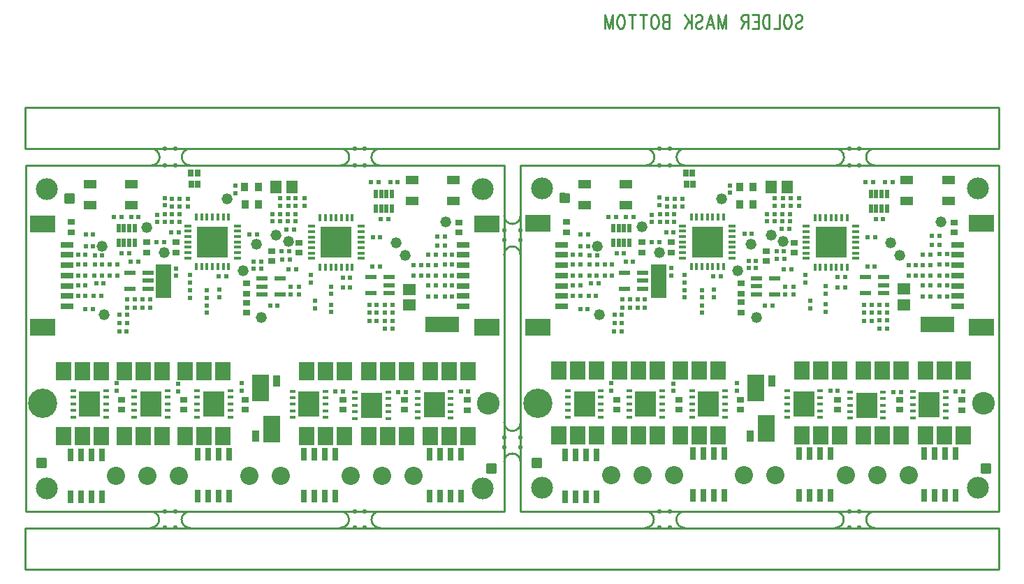
<source format=gbr>
*
%LPD*%
%LN2FOC-SMB*%
%FSLAX24Y24*%
%MOIN*%
%SRX1Y1I0.0J0.0*%
%AD*%
%ADD11C,0.010000*%
%ADD81C,0.087000*%
%ADD84C,0.104360*%
%ADD85R,0.026000X0.037000*%
%ADD86R,0.037000X0.026000*%
%ADD87C,0.042000*%
%ADD88C,0.139800*%
%ADD89C,0.108300*%
%ADD90R,0.023650X0.023650*%
%ADD91R,0.054000X0.062000*%
%ADD92R,0.062000X0.054000*%
%ADD93R,0.162000X0.078000*%
%ADD95R,0.081920X0.127200*%
%ADD96R,0.031920X0.057120*%
%ADD97R,0.077000X0.086000*%
%ADD108C,0.052000*%
%ADD109R,0.064990X0.029560*%
%ADD110R,0.120110X0.084680*%
%ADD113C,0.022000*%
%ADD114R,0.025620X0.061060*%
%ADD115R,0.019000X0.043340*%
%ADD116R,0.061060X0.041370*%
%ADD117R,0.052000X0.023000*%
%ADD118R,0.037430X0.041370*%
%ADD119R,0.015780X0.033500*%
%ADD120R,0.033500X0.015780*%
%ADD121R,0.147670X0.147670*%
%ADD122R,0.078000X0.162000*%
%ADD123R,0.025620X0.017750*%
%ADD124R,0.104360X0.120110*%
G54D11*
G1X9011Y25267D2*
G1X9411Y25264D1*
G1X9411Y24867D1*
G1X9011Y24867D1*
G1X9011Y25267D1*
G1X29129Y12353D2*
G1X29529Y12351D1*
G1X29529Y11954D1*
G1X29129Y11954D1*
G1X29129Y12353D1*
G1X7673Y12609D2*
G1X8073Y12607D1*
G1X8073Y12210D1*
G1X7673Y12210D1*
G1X7673Y12609D1*
G1X9030Y24867D2*
G1X9411Y25249D1*
G1X9157Y24867D2*
G1X9411Y25121D1*
G1X9284Y24867D2*
G1X9411Y24994D1*
G1X9011Y24976D2*
G1X9300Y25265D1*
G1X9011Y25103D2*
G1X9174Y25266D1*
G1X9011Y25231D2*
G1X9047Y25267D1*
G1X29148Y11954D2*
G1X29529Y12335D1*
G1X29275Y11954D2*
G1X29529Y12208D1*
G1X29402Y11954D2*
G1X29529Y12081D1*
G1X29129Y12063D2*
G1X29419Y12352D1*
G1X29129Y12190D2*
G1X29292Y12352D1*
G1X29129Y12317D2*
G1X29165Y12353D1*
G1X7691Y12210D2*
G1X8073Y12591D1*
G1X7818Y12210D2*
G1X8073Y12464D1*
G1X7946Y12210D2*
G1X8073Y12337D1*
G1X7673Y12318D2*
G1X7962Y12608D1*
G1X7673Y12446D2*
G1X7835Y12608D1*
G1X7673Y12573D2*
G1X7709Y12609D1*
G1X7125Y10087D2*
G1X29959Y10087D1*
G1X29959Y26622D1*
G1X7125Y26622D1*
G1X7125Y10087D1*
G1X13104Y26617D2*
G75*
G3X13105Y27417I17J400D1*
G74*
G1X14995Y27417D2*
G75*
G3X14994Y26617I-17J-400D1*
G74*
G1X22154Y26617D2*
G75*
G3X22155Y27417I17J400D1*
G74*
G1X24045Y27417D2*
G75*
G3X24044Y26617I-17J-400D1*
G74*
G1X13094Y9311D2*
G75*
G3X13095Y10087I16J388D1*
G74*
G1X14975Y10086D2*
G75*
G3X14974Y9307I-16J-390D1*
G74*
G1X22154Y9311D2*
G75*
G3X22155Y10087I16J388D1*
G74*
G1X24035Y10086D2*
G75*
G3X24034Y9307I-16J-390D1*
G74*
G1X30741Y12456D2*
G75*
G3X29965Y12457I-388J16D1*
G74*
G1X29966Y14337D2*
G75*
G3X30745Y14337I390J-16D1*
G74*
G1X7118Y29383D2*
G1X53575Y29383D1*
G1X53575Y27415D1*
G1X7118Y27415D1*
G1X7118Y29383D1*
G1X30740Y10092D2*
G1X53575Y10092D1*
G1X53575Y26627D1*
G1X30740Y26627D1*
G1X30740Y10092D1*
G1X7118Y9304D2*
G1X53575Y9304D1*
G1X53575Y7336D1*
G1X7118Y7336D1*
G1X7118Y9304D1*
G1X30741Y22346D2*
G75*
G3X29965Y22347I-388J16D1*
G74*
G1X29966Y24227D2*
G75*
G3X30745Y24227I390J-16D1*
G74*
G1X38605Y27417D2*
G75*
G3X38604Y26617I-17J-400D1*
G74*
G1X36714Y26617D2*
G75*
G3X36715Y27417I17J400D1*
G74*
G1X45764Y26617D2*
G75*
G3X45765Y27417I17J400D1*
G74*
G1X47655Y27417D2*
G75*
G3X47654Y26617I-17J-400D1*
G74*
G1X47645Y10086D2*
G75*
G3X47644Y9307I-16J-390D1*
G74*
G1X45764Y9311D2*
G75*
G3X45765Y10087I16J388D1*
G74*
G1X38585Y10086D2*
G75*
G3X38584Y9307I-16J-390D1*
G74*
G1X36704Y9311D2*
G75*
G3X36705Y10087I16J388D1*
G74*
G54D81*
G1X17792Y11804D3*
G1X19292Y11804D3*
G1X11442Y11804D3*
G1X12942Y11804D3*
G1X14442Y11804D3*
G1X22642Y11804D3*
G1X24142Y11804D3*
G1X25642Y11804D3*
G54D84*
G1X8142Y11204D3*
G1X28942Y11204D3*
G1X8142Y25504D3*
G1X28942Y25504D3*
G54D85*
G1X15038Y25717D3*
G1X15353Y25717D3*
G1X15333Y26248D3*
G1X15018Y26248D3*
G54D86*
G1X9310Y23429D3*
G1X9310Y23909D3*
G1X27814Y23410D3*
G1X27814Y23890D3*
G1X18857Y22051D3*
G1X18857Y22531D3*
G1X20176Y22445D3*
G1X20176Y22925D3*
G1X11711Y15425D3*
G1X11711Y14945D3*
G1X14684Y15425D3*
G1X14684Y14945D3*
G1X17617Y15425D3*
G1X17617Y14945D3*
G1X22262Y15425D3*
G1X22262Y14945D3*
G1X25215Y15425D3*
G1X25215Y14945D3*
G1X28188Y15406D3*
G1X28188Y14926D3*
G1X17656Y20496D3*
G1X17656Y20976D3*
G1X17656Y19591D3*
G1X17656Y20071D3*
G1X14310Y22465D3*
G1X14310Y22945D3*
G1X12912Y22465D3*
G1X12912Y22945D3*
G54D87*
G1X9211Y25067D3*
G1X29329Y12154D3*
G1X7873Y12410D3*
G54D88*
G1X7945Y15254D3*
G54D89*
G1X29205Y15254D3*
G54D90*
G1X10727Y20382D3*
G1X10373Y20382D3*
G1X10786Y21878D3*
G1X10432Y21878D3*
G1X10766Y21366D3*
G1X10412Y21366D3*
G1X10333Y19752D3*
G1X9979Y19752D3*
G1X10353Y22764D3*
G1X9999Y22764D3*
G1X9979Y20874D3*
G1X9625Y20874D3*
G1X9979Y21366D3*
G1X9625Y21366D3*
G1X9979Y21878D3*
G1X9625Y21878D3*
G1X9979Y22351D3*
G1X9625Y22351D3*
G1X10353Y23315D3*
G1X9999Y23315D3*
G1X10786Y22311D3*
G1X10432Y22311D3*
G1X10845Y20973D3*
G1X10491Y20973D3*
G1X9625Y20382D3*
G1X9979Y20382D3*
G1X26337Y22351D3*
G1X26692Y22351D3*
G1X26337Y20874D3*
G1X26692Y20874D3*
G1X27479Y20362D3*
G1X27125Y20362D3*
G1X26770Y22803D3*
G1X27125Y22803D3*
G1X26003Y21858D3*
G1X25648Y21858D3*
G1X27125Y22370D3*
G1X27479Y22370D3*
G1X27125Y20874D3*
G1X27479Y20874D3*
G1X27125Y21366D3*
G1X27479Y21366D3*
G1X27125Y21878D3*
G1X27479Y21878D3*
G1X26692Y20362D3*
G1X26337Y20362D3*
G1X26692Y21366D3*
G1X26337Y21366D3*
G1X26692Y21858D3*
G1X26337Y21858D3*
G1X27125Y23236D3*
G1X26770Y23236D3*
G1X11495Y21878D3*
G1X11140Y21878D3*
G1X11495Y21366D3*
G1X11140Y21366D3*
G1X26003Y21366D3*
G1X25648Y21366D3*
G1X17125Y25303D3*
G1X17125Y25658D3*
G1X14959Y21032D3*
G1X14959Y21386D3*
G1X14959Y20658D3*
G1X14959Y20303D3*
G1X14310Y21347D3*
G1X14310Y21701D3*
G1X15786Y20303D3*
G1X15786Y20658D3*
G1X15786Y19929D3*
G1X15786Y19575D3*
G1X20727Y21386D3*
G1X20727Y21032D3*
G1X19684Y21642D3*
G1X20038Y21642D3*
G1X16357Y20323D3*
G1X16357Y20677D3*
G1X21692Y20480D3*
G1X21692Y20835D3*
G1X20944Y19791D3*
G1X20944Y20146D3*
G1X22617Y20776D3*
G1X22262Y20776D3*
G1X21692Y19969D3*
G1X21692Y19614D3*
G1X14074Y23433D3*
G1X14428Y23433D3*
G1X19585Y23571D3*
G1X19940Y23571D3*
G1X12066Y22429D3*
G1X11711Y22429D3*
G1X18168Y23335D3*
G1X17814Y23335D3*
G1X16692Y21327D3*
G1X16337Y21327D3*
G1X22617Y21268D3*
G1X22262Y21268D3*
G1X24051Y23195D3*
G1X23697Y23195D3*
G1X12164Y24142D3*
G1X12518Y24142D3*
G1X11692Y24142D3*
G1X11337Y24142D3*
G1X24524Y25833D3*
G1X24878Y25833D3*
G1X23955Y25815D3*
G1X23601Y25815D3*
G1X19369Y22134D3*
G1X19723Y22134D3*
G1X19349Y22528D3*
G1X19703Y22528D3*
G1X11455Y16209D3*
G1X11455Y15854D3*
G1X14408Y16189D3*
G1X14408Y15835D3*
G1X17440Y16209D3*
G1X17440Y15854D3*
G1X12499Y22016D3*
G1X12144Y22016D3*
G1X11613Y19083D3*
G1X11967Y19083D3*
G1X12715Y20205D3*
G1X13070Y20205D3*
G1X11613Y19477D3*
G1X11967Y19477D3*
G1X11987Y20205D3*
G1X12341Y20205D3*
G1X11987Y19831D3*
G1X12341Y19831D3*
G1X11593Y18689D3*
G1X11948Y18689D3*
G1X12715Y19831D3*
G1X13070Y19831D3*
G1X24270Y19949D3*
G1X24625Y19949D3*
G1X14487Y24654D3*
G1X14487Y25008D3*
G1X14467Y23925D3*
G1X14467Y24280D3*
G1X19625Y23945D3*
G1X19625Y24299D3*
G1X19664Y24693D3*
G1X19664Y25047D3*
G1X13759Y25067D3*
G1X13759Y24713D3*
G1X14113Y24654D3*
G1X14113Y25008D3*
G1X13404Y24260D3*
G1X13404Y23906D3*
G1X14113Y23925D3*
G1X14113Y24280D3*
G1X18896Y24299D3*
G1X18896Y23945D3*
G1X19999Y23945D3*
G1X19999Y24299D3*
G1X20432Y25047D3*
G1X20432Y24693D3*
G1X19270Y24693D3*
G1X19270Y25047D3*
G1X14861Y24654D3*
G1X14861Y25008D3*
G1X13778Y23925D3*
G1X13778Y24280D3*
G1X19270Y23945D3*
G1X19270Y24299D3*
G1X20018Y24693D3*
G1X20018Y25047D3*
G1X28247Y15815D3*
G1X27892Y15815D3*
G1X22262Y15835D3*
G1X21908Y15835D3*
G1X24625Y19201D3*
G1X24270Y19201D3*
G1X24034Y21799D3*
G1X23680Y21799D3*
G1X23522Y19575D3*
G1X23877Y19575D3*
G1X24270Y18807D3*
G1X24625Y18807D3*
G1X23522Y19181D3*
G1X23877Y19181D3*
G1X24270Y19575D3*
G1X24625Y19575D3*
G1X23522Y19949D3*
G1X23877Y19949D3*
G1X24428Y24063D3*
G1X24074Y24063D3*
G1X18365Y21701D3*
G1X18011Y21701D3*
G1X19152Y19929D3*
G1X18798Y19929D3*
G1X20156Y20815D3*
G1X20156Y20461D3*
G1X19762Y20461D3*
G1X19762Y20815D3*
G1X18011Y22036D3*
G1X18365Y22036D3*
G1X25274Y15795D3*
G1X24920Y15795D3*
G1X13385Y22941D3*
G1X13739Y22941D3*
G54D91*
G1X19847Y25599D3*
G1X19087Y25599D3*
G54D92*
G1X25432Y19943D3*
G1X25432Y20703D3*
G54D93*
G1X27007Y19024D3*
G54D95*
G1X18866Y14036D3*
G1X18345Y15976D3*
G54D96*
G1X18096Y13684D3*
G1X19115Y16328D3*
G54D97*
G1X8942Y13704D3*
G1X9842Y13704D3*
G1X10742Y13704D3*
G1X22342Y16804D3*
G1X21442Y16804D3*
G1X20542Y16804D3*
G1X25292Y16804D3*
G1X24392Y16804D3*
G1X23492Y16804D3*
G1X28242Y16804D3*
G1X27342Y16804D3*
G1X26442Y16804D3*
G1X11842Y13704D3*
G1X12742Y13704D3*
G1X13642Y13704D3*
G1X14742Y13704D3*
G1X15642Y13704D3*
G1X16542Y13704D3*
G1X10742Y16804D3*
G1X9842Y16804D3*
G1X8942Y16804D3*
G1X13642Y16804D3*
G1X12742Y16804D3*
G1X11842Y16804D3*
G1X16542Y16804D3*
G1X15642Y16804D3*
G1X14742Y16804D3*
G1X20542Y13704D3*
G1X21442Y13704D3*
G1X22342Y13704D3*
G1X23492Y13704D3*
G1X24392Y13704D3*
G1X25292Y13704D3*
G1X26442Y13704D3*
G1X27342Y13704D3*
G1X28242Y13704D3*
G54D108*
G1X19074Y23276D3*
G1X25235Y22331D3*
G1X24802Y22921D3*
G1X12912Y23669D3*
G1X10786Y22764D3*
G1X18129Y22843D3*
G1X10885Y19477D3*
G1X13719Y21051D3*
G1X19664Y22980D3*
G1X17499Y21583D3*
G1X27184Y23906D3*
G1X18385Y19339D3*
G1X16731Y25008D3*
G1X13739Y22449D3*
G54D109*
G1X27991Y22833D3*
G1X27991Y22341D3*
G1X27991Y21849D3*
G1X27991Y21356D3*
G1X27991Y20864D3*
G1X27991Y20372D3*
G1X27991Y19880D3*
G1X9093Y19880D3*
G1X9093Y20372D3*
G1X9093Y20864D3*
G1X9093Y21356D3*
G1X9093Y21849D3*
G1X9093Y22341D3*
G1X9093Y22833D3*
G54D110*
G1X29133Y18876D3*
G1X29133Y23837D3*
G1X7951Y23837D3*
G1X7951Y18876D3*
G54D113*
G1X13784Y26631D3*
G1X14257Y27419D3*
G1X13784Y27419D3*
G1X14257Y26631D3*
G1X23312Y27419D3*
G1X22839Y27419D3*
G1X22839Y26631D3*
G1X23312Y26631D3*
G1X14257Y10096D3*
G1X13784Y10096D3*
G1X13784Y9308D3*
G1X14257Y9308D3*
G1X23312Y10096D3*
G1X22839Y10096D3*
G1X22839Y9308D3*
G1X23312Y9308D3*
G1X29965Y13157D3*
G1X29965Y13629D3*
G1X30752Y13157D3*
G1X30752Y13629D3*
G1X29965Y23057D3*
G1X29965Y23529D3*
G1X30752Y23057D3*
G1X30752Y23529D3*
G1X37384Y27419D3*
G1X37857Y27419D3*
G1X37384Y26631D3*
G1X37857Y26631D3*
G1X46439Y27419D3*
G1X46912Y27419D3*
G1X46439Y26631D3*
G1X46912Y26631D3*
G1X37384Y10096D3*
G1X37857Y10096D3*
G1X37857Y9308D3*
G1X37384Y9308D3*
G1X46439Y10096D3*
G1X46912Y10096D3*
G1X46439Y9308D3*
G1X46912Y9308D3*
G54D114*
G1X15349Y12837D3*
G1X15849Y12837D3*
G1X16349Y12837D3*
G1X16849Y12837D3*
G1X16849Y10837D3*
G1X16349Y10837D3*
G1X15849Y10837D3*
G1X15349Y10837D3*
G1X26392Y12837D3*
G1X26892Y12837D3*
G1X27392Y12837D3*
G1X27892Y12837D3*
G1X27892Y10837D3*
G1X27392Y10837D3*
G1X26892Y10837D3*
G1X26392Y10837D3*
G1X9268Y12799D3*
G1X9768Y12799D3*
G1X10268Y12799D3*
G1X10768Y12799D3*
G1X10768Y10799D3*
G1X10268Y10799D3*
G1X9768Y10799D3*
G1X9268Y10799D3*
G1X20408Y12837D3*
G1X20908Y12837D3*
G1X21408Y12837D3*
G1X21908Y12837D3*
G1X21908Y10837D3*
G1X21408Y10837D3*
G1X20908Y10837D3*
G1X20408Y10837D3*
G54D115*
G1X12322Y22929D3*
G1X12066Y22929D3*
G1X11810Y22929D3*
G1X11554Y22929D3*
G1X11554Y23622D3*
G1X11810Y23622D3*
G1X12066Y23622D3*
G1X12322Y23622D3*
G1X24609Y24556D3*
G1X24353Y24556D3*
G1X24097Y24556D3*
G1X23841Y24556D3*
G1X23841Y25249D3*
G1X24097Y25249D3*
G1X24353Y25249D3*
G1X24609Y25249D3*
G54D116*
G1X12164Y24732D3*
G1X12164Y25717D3*
G1X10196Y25717D3*
G1X10196Y24732D3*
G1X25570Y25914D3*
G1X25570Y24929D3*
G1X27538Y24929D3*
G1X27538Y25914D3*
G54D117*
G1X12968Y21490D3*
G1X12968Y21110D3*
G1X12968Y20730D3*
G1X12098Y20730D3*
G1X12098Y21490D3*
G1X24464Y21274D3*
G1X24464Y20894D3*
G1X24464Y20514D3*
G1X23594Y20514D3*
G1X23594Y21274D3*
G1X18388Y20455D3*
G1X18388Y20835D3*
G1X18388Y21215D3*
G1X19258Y21215D3*
G1X19258Y20455D3*
G54D118*
G1X18227Y25579D3*
G1X18227Y24752D3*
G1X17593Y24752D3*
G1X17585Y25579D3*
G54D119*
G1X15274Y24142D3*
G1X15530Y24142D3*
G1X15786Y24142D3*
G1X16042Y24142D3*
G1X16298Y24142D3*
G1X16554Y24142D3*
G1X16810Y24142D3*
G1X16810Y21780D3*
G1X16554Y21780D3*
G1X16298Y21780D3*
G1X16042Y21780D3*
G1X15786Y21780D3*
G1X15530Y21780D3*
G1X15274Y21780D3*
G1X21180Y24122D3*
G1X21436Y24122D3*
G1X21692Y24122D3*
G1X21948Y24122D3*
G1X22203Y24122D3*
G1X22459Y24122D3*
G1X22715Y24122D3*
G1X22715Y21760D3*
G1X22459Y21760D3*
G1X22203Y21760D3*
G1X21948Y21760D3*
G1X21692Y21760D3*
G1X21436Y21760D3*
G1X21180Y21760D3*
G54D120*
G1X17223Y23729D3*
G1X17223Y23473D3*
G1X17223Y23217D3*
G1X17223Y22961D3*
G1X17223Y22705D3*
G1X17223Y22449D3*
G1X17223Y22193D3*
G1X14861Y22193D3*
G1X14861Y22449D3*
G1X14861Y22705D3*
G1X14861Y22961D3*
G1X14861Y23217D3*
G1X14861Y23473D3*
G1X14861Y23729D3*
G1X23129Y23709D3*
G1X23129Y23453D3*
G1X23129Y23197D3*
G1X23129Y22941D3*
G1X23129Y22685D3*
G1X23129Y22429D3*
G1X23129Y22173D3*
G1X20766Y22173D3*
G1X20766Y22429D3*
G1X20766Y22685D3*
G1X20766Y22941D3*
G1X20766Y23197D3*
G1X20766Y23453D3*
G1X20766Y23709D3*
G54D121*
G1X16042Y22961D3*
G1X21948Y22941D3*
G54D122*
G1X13719Y21091D3*
G54D123*
G1X10963Y15854D3*
G1X10963Y15540D3*
G1X10963Y15225D3*
G1X10963Y14910D3*
G1X10963Y14595D3*
G1X9388Y14595D3*
G1X9388Y14910D3*
G1X9388Y15225D3*
G1X9388Y15540D3*
G1X9388Y15854D3*
G1X13892Y15854D3*
G1X13892Y15540D3*
G1X13892Y15225D3*
G1X13892Y14910D3*
G1X13892Y14595D3*
G1X12317Y14595D3*
G1X12317Y14910D3*
G1X12317Y15225D3*
G1X12317Y15540D3*
G1X12317Y15854D3*
G1X16892Y15854D3*
G1X16892Y15540D3*
G1X16892Y15225D3*
G1X16892Y14910D3*
G1X16892Y14595D3*
G1X15317Y14595D3*
G1X15317Y14910D3*
G1X15317Y15225D3*
G1X15317Y15540D3*
G1X15317Y15854D3*
G1X21436Y15835D3*
G1X21436Y15520D3*
G1X21436Y15205D3*
G1X21436Y14890D3*
G1X21436Y14575D3*
G1X19861Y14575D3*
G1X19861Y14890D3*
G1X19861Y15205D3*
G1X19861Y15520D3*
G1X19861Y15835D3*
G1X24428Y15795D3*
G1X24428Y15480D3*
G1X24428Y15166D3*
G1X24428Y14851D3*
G1X24428Y14536D3*
G1X22853Y14536D3*
G1X22853Y14851D3*
G1X22853Y15166D3*
G1X22853Y15480D3*
G1X22853Y15795D3*
G1X27420Y15815D3*
G1X27420Y15500D3*
G1X27420Y15185D3*
G1X27420Y14870D3*
G1X27420Y14555D3*
G1X25845Y14555D3*
G1X25845Y14870D3*
G1X25845Y15185D3*
G1X25845Y15500D3*
G1X25845Y15815D3*
G54D124*
G1X10176Y15225D3*
G1X13105Y15225D3*
G1X16105Y15225D3*
G1X20648Y15205D3*
G1X23640Y15166D3*
G1X26633Y15185D3*
G1X32627Y25272D2*
G54D11*
G1X33027Y25269D1*
G1X33027Y24872D1*
G1X32627Y24872D1*
G1X32627Y25272D1*
G1X52745Y12359D2*
G1X53145Y12356D1*
G1X53145Y11959D1*
G1X52745Y11959D1*
G1X52745Y12359D1*
G1X31288Y12614D2*
G1X31688Y12612D1*
G1X31688Y12215D1*
G1X31288Y12215D1*
G1X31288Y12614D1*
G1X32645Y24872D2*
G1X33027Y25254D1*
G1X32773Y24872D2*
G1X33027Y25126D1*
G1X32900Y24872D2*
G1X33027Y24999D1*
G1X32627Y24981D2*
G1X32916Y25270D1*
G1X32627Y25108D2*
G1X32789Y25271D1*
G1X32627Y25236D2*
G1X32663Y25272D1*
G1X52763Y11959D2*
G1X53145Y12340D1*
G1X52891Y11959D2*
G1X53145Y12213D1*
G1X53018Y11959D2*
G1X53145Y12086D1*
G1X52745Y12068D2*
G1X53034Y12357D1*
G1X52745Y12195D2*
G1X52908Y12358D1*
G1X52745Y12322D2*
G1X52781Y12358D1*
G1X31307Y12215D2*
G1X31688Y12596D1*
G1X31434Y12215D2*
G1X31688Y12469D1*
G1X31561Y12215D2*
G1X31688Y12342D1*
G1X31288Y12324D2*
G1X31577Y12613D1*
G1X31288Y12451D2*
G1X31451Y12613D1*
G1X31288Y12578D2*
G1X31324Y12614D1*
G1X30740Y10092D2*
G1X53575Y10092D1*
G1X53575Y26627D1*
G1X30740Y26627D1*
G1X30740Y10092D1*
G54D81*
G1X41408Y11810D3*
G1X42908Y11810D3*
G1X35058Y11810D3*
G1X36558Y11810D3*
G1X38058Y11810D3*
G1X46258Y11810D3*
G1X47758Y11810D3*
G1X49258Y11810D3*
G54D84*
G1X31758Y11210D3*
G1X52558Y11210D3*
G1X31758Y25510D3*
G1X52558Y25510D3*
G54D85*
G1X38654Y25722D3*
G1X38969Y25722D3*
G1X38949Y26253D3*
G1X38634Y26253D3*
G54D86*
G1X32925Y23435D3*
G1X32925Y23915D3*
G1X51429Y23415D3*
G1X51429Y23895D3*
G1X42472Y22057D3*
G1X42472Y22537D3*
G1X43791Y22450D3*
G1X43791Y22930D3*
G1X35327Y15430D3*
G1X35327Y14950D3*
G1X38299Y15430D3*
G1X38299Y14950D3*
G1X41232Y15430D3*
G1X41232Y14950D3*
G1X45878Y15430D3*
G1X45878Y14950D3*
G1X48831Y15430D3*
G1X48831Y14950D3*
G1X51803Y15411D3*
G1X51803Y14931D3*
G1X41272Y20501D3*
G1X41272Y20981D3*
G1X41272Y19596D3*
G1X41272Y20076D3*
G1X37925Y22470D3*
G1X37925Y22950D3*
G1X36528Y22470D3*
G1X36528Y22950D3*
G54D87*
G1X32827Y25072D3*
G1X52945Y12159D3*
G1X31488Y12415D3*
G54D88*
G1X31561Y15260D3*
G54D89*
G1X52821Y15260D3*
G54D90*
G1X34343Y20387D3*
G1X33988Y20387D3*
G1X34402Y21883D3*
G1X34047Y21883D3*
G1X34382Y21371D3*
G1X34028Y21371D3*
G1X33949Y19757D3*
G1X33595Y19757D3*
G1X33969Y22769D3*
G1X33614Y22769D3*
G1X33595Y20879D3*
G1X33240Y20879D3*
G1X33595Y21371D3*
G1X33240Y21371D3*
G1X33595Y21883D3*
G1X33240Y21883D3*
G1X33595Y22356D3*
G1X33240Y22356D3*
G1X33969Y23320D3*
G1X33614Y23320D3*
G1X34402Y22316D3*
G1X34047Y22316D3*
G1X34461Y20978D3*
G1X34106Y20978D3*
G1X33240Y20387D3*
G1X33595Y20387D3*
G1X49953Y22356D3*
G1X50307Y22356D3*
G1X49953Y20879D3*
G1X50307Y20879D3*
G1X51095Y20367D3*
G1X50740Y20367D3*
G1X50386Y22808D3*
G1X50740Y22808D3*
G1X49618Y21864D3*
G1X49264Y21864D3*
G1X50740Y22375D3*
G1X51095Y22375D3*
G1X50740Y20879D3*
G1X51095Y20879D3*
G1X50740Y21371D3*
G1X51095Y21371D3*
G1X50740Y21883D3*
G1X51095Y21883D3*
G1X50307Y20367D3*
G1X49953Y20367D3*
G1X50307Y21371D3*
G1X49953Y21371D3*
G1X50307Y21864D3*
G1X49953Y21864D3*
G1X50740Y23241D3*
G1X50386Y23241D3*
G1X35110Y21883D3*
G1X34756Y21883D3*
G1X35110Y21371D3*
G1X34756Y21371D3*
G1X49618Y21371D3*
G1X49264Y21371D3*
G1X40740Y25308D3*
G1X40740Y25663D3*
G1X38575Y21037D3*
G1X38575Y21391D3*
G1X38575Y20663D3*
G1X38575Y20308D3*
G1X37925Y21352D3*
G1X37925Y21706D3*
G1X39402Y20308D3*
G1X39402Y20663D3*
G1X39402Y19934D3*
G1X39402Y19580D3*
G1X44343Y21391D3*
G1X44343Y21037D3*
G1X43299Y21647D3*
G1X43654Y21647D3*
G1X39972Y20328D3*
G1X39972Y20682D3*
G1X45307Y20486D3*
G1X45307Y20840D3*
G1X44559Y19797D3*
G1X44559Y20151D3*
G1X46232Y20781D3*
G1X45878Y20781D3*
G1X45307Y19974D3*
G1X45307Y19619D3*
G1X37689Y23438D3*
G1X38043Y23438D3*
G1X43201Y23576D3*
G1X43555Y23576D3*
G1X35681Y22434D3*
G1X35327Y22434D3*
G1X41783Y23340D3*
G1X41429Y23340D3*
G1X40307Y21332D3*
G1X39953Y21332D3*
G1X46232Y21273D3*
G1X45878Y21273D3*
G1X47667Y23200D3*
G1X47313Y23200D3*
G1X35780Y24147D3*
G1X36134Y24147D3*
G1X35307Y24147D3*
G1X34953Y24147D3*
G1X48139Y25838D3*
G1X48494Y25838D3*
G1X47571Y25820D3*
G1X47217Y25820D3*
G1X42984Y22139D3*
G1X43339Y22139D3*
G1X42965Y22533D3*
G1X43319Y22533D3*
G1X35071Y16214D3*
G1X35071Y15860D3*
G1X38024Y16194D3*
G1X38024Y15840D3*
G1X41055Y16214D3*
G1X41055Y15860D3*
G1X36114Y22021D3*
G1X35760Y22021D3*
G1X35228Y19088D3*
G1X35583Y19088D3*
G1X36331Y20210D3*
G1X36685Y20210D3*
G1X35228Y19482D3*
G1X35583Y19482D3*
G1X35602Y20210D3*
G1X35957Y20210D3*
G1X35602Y19836D3*
G1X35957Y19836D3*
G1X35209Y18694D3*
G1X35563Y18694D3*
G1X36331Y19836D3*
G1X36685Y19836D3*
G1X47886Y19954D3*
G1X48240Y19954D3*
G1X38102Y24659D3*
G1X38102Y25013D3*
G1X38083Y23930D3*
G1X38083Y24285D3*
G1X43240Y23950D3*
G1X43240Y24304D3*
G1X43280Y24698D3*
G1X43280Y25053D3*
G1X37374Y25072D3*
G1X37374Y24718D3*
G1X37728Y24659D3*
G1X37728Y25013D3*
G1X37020Y24265D3*
G1X37020Y23911D3*
G1X37728Y23930D3*
G1X37728Y24285D3*
G1X42512Y24304D3*
G1X42512Y23950D3*
G1X43614Y23950D3*
G1X43614Y24304D3*
G1X44047Y25053D3*
G1X44047Y24698D3*
G1X42886Y24698D3*
G1X42886Y25053D3*
G1X38476Y24659D3*
G1X38476Y25013D3*
G1X37394Y23930D3*
G1X37394Y24285D3*
G1X42886Y23950D3*
G1X42886Y24304D3*
G1X43634Y24698D3*
G1X43634Y25053D3*
G1X51862Y15820D3*
G1X51508Y15820D3*
G1X45878Y15840D3*
G1X45524Y15840D3*
G1X48240Y19206D3*
G1X47886Y19206D3*
G1X47650Y21804D3*
G1X47295Y21804D3*
G1X47138Y19580D3*
G1X47492Y19580D3*
G1X47886Y18812D3*
G1X48240Y18812D3*
G1X47138Y19186D3*
G1X47492Y19186D3*
G1X47886Y19580D3*
G1X48240Y19580D3*
G1X47138Y19954D3*
G1X47492Y19954D3*
G1X48043Y24068D3*
G1X47689Y24068D3*
G1X41980Y21706D3*
G1X41626Y21706D3*
G1X42768Y19934D3*
G1X42413Y19934D3*
G1X43772Y20820D3*
G1X43772Y20466D3*
G1X43378Y20466D3*
G1X43378Y20820D3*
G1X41626Y22041D3*
G1X41980Y22041D3*
G1X48890Y15801D3*
G1X48535Y15801D3*
G1X37000Y22946D3*
G1X37354Y22946D3*
G54D91*
G1X43463Y25604D3*
G1X42703Y25604D3*
G54D92*
G1X49047Y19948D3*
G1X49047Y20708D3*
G54D93*
G1X50622Y19029D3*
G54D95*
G1X42481Y14041D3*
G1X41961Y15981D3*
G54D96*
G1X41711Y13689D3*
G1X42731Y16333D3*
G54D97*
G1X32558Y13710D3*
G1X33458Y13710D3*
G1X34358Y13710D3*
G1X45958Y16810D3*
G1X45058Y16810D3*
G1X44158Y16810D3*
G1X48908Y16810D3*
G1X48008Y16810D3*
G1X47108Y16810D3*
G1X51858Y16810D3*
G1X50958Y16810D3*
G1X50058Y16810D3*
G1X35458Y13710D3*
G1X36358Y13710D3*
G1X37258Y13710D3*
G1X38358Y13710D3*
G1X39258Y13710D3*
G1X40158Y13710D3*
G1X34358Y16810D3*
G1X33458Y16810D3*
G1X32558Y16810D3*
G1X37258Y16810D3*
G1X36358Y16810D3*
G1X35458Y16810D3*
G1X40158Y16810D3*
G1X39258Y16810D3*
G1X38358Y16810D3*
G1X44158Y13710D3*
G1X45058Y13710D3*
G1X45958Y13710D3*
G1X47108Y13710D3*
G1X48008Y13710D3*
G1X48908Y13710D3*
G1X50058Y13710D3*
G1X50958Y13710D3*
G1X51858Y13710D3*
G54D108*
G1X42689Y23281D3*
G1X48850Y22336D3*
G1X48417Y22927D3*
G1X36528Y23675D3*
G1X34402Y22769D3*
G1X41744Y22848D3*
G1X34500Y19482D3*
G1X37335Y21056D3*
G1X43280Y22986D3*
G1X41114Y21588D3*
G1X50799Y23911D3*
G1X42000Y19344D3*
G1X40346Y25013D3*
G1X37354Y22454D3*
G54D109*
G1X51606Y22838D3*
G1X51606Y22346D3*
G1X51606Y21854D3*
G1X51606Y21362D3*
G1X51606Y20869D3*
G1X51606Y20377D3*
G1X51606Y19885D3*
G1X32709Y19885D3*
G1X32709Y20377D3*
G1X32709Y20869D3*
G1X32709Y21362D3*
G1X32709Y21854D3*
G1X32709Y22346D3*
G1X32709Y22838D3*
G54D110*
G1X52748Y18881D3*
G1X52748Y23842D3*
G1X31567Y23842D3*
G1X31567Y18881D3*
G54D114*
G1X38964Y12842D3*
G1X39464Y12842D3*
G1X39964Y12842D3*
G1X40464Y12842D3*
G1X40464Y10842D3*
G1X39964Y10842D3*
G1X39464Y10842D3*
G1X38964Y10842D3*
G1X50008Y12842D3*
G1X50508Y12842D3*
G1X51008Y12842D3*
G1X51508Y12842D3*
G1X51508Y10842D3*
G1X51008Y10842D3*
G1X50508Y10842D3*
G1X50008Y10842D3*
G1X32884Y12804D3*
G1X33384Y12804D3*
G1X33884Y12804D3*
G1X34384Y12804D3*
G1X34384Y10804D3*
G1X33884Y10804D3*
G1X33384Y10804D3*
G1X32884Y10804D3*
G1X44023Y12842D3*
G1X44523Y12842D3*
G1X45023Y12842D3*
G1X45523Y12842D3*
G1X45523Y10842D3*
G1X45023Y10842D3*
G1X44523Y10842D3*
G1X44023Y10842D3*
G54D115*
G1X35937Y22934D3*
G1X35681Y22934D3*
G1X35425Y22934D3*
G1X35169Y22934D3*
G1X35169Y23627D3*
G1X35425Y23627D3*
G1X35681Y23627D3*
G1X35937Y23627D3*
G1X48224Y24562D3*
G1X47968Y24562D3*
G1X47712Y24562D3*
G1X47456Y24562D3*
G1X47456Y25254D3*
G1X47712Y25254D3*
G1X47968Y25254D3*
G1X48224Y25254D3*
G54D116*
G1X35780Y24738D3*
G1X35780Y25722D3*
G1X33811Y25722D3*
G1X33811Y24738D3*
G1X49185Y25919D3*
G1X49185Y24934D3*
G1X51154Y24934D3*
G1X51154Y25919D3*
G54D117*
G1X36584Y21495D3*
G1X36584Y21115D3*
G1X36584Y20735D3*
G1X35714Y20735D3*
G1X35714Y21495D3*
G1X48080Y21279D3*
G1X48080Y20899D3*
G1X48080Y20519D3*
G1X47210Y20519D3*
G1X47210Y21279D3*
G1X42003Y20460D3*
G1X42003Y20840D3*
G1X42003Y21220D3*
G1X42873Y21220D3*
G1X42873Y20460D3*
G54D118*
G1X41843Y25584D3*
G1X41843Y24757D3*
G1X41209Y24757D3*
G1X41201Y25584D3*
G54D119*
G1X38890Y24147D3*
G1X39146Y24147D3*
G1X39402Y24147D3*
G1X39658Y24147D3*
G1X39913Y24147D3*
G1X40169Y24147D3*
G1X40425Y24147D3*
G1X40425Y21785D3*
G1X40169Y21785D3*
G1X39913Y21785D3*
G1X39658Y21785D3*
G1X39402Y21785D3*
G1X39146Y21785D3*
G1X38890Y21785D3*
G1X44795Y24127D3*
G1X45051Y24127D3*
G1X45307Y24127D3*
G1X45563Y24127D3*
G1X45819Y24127D3*
G1X46075Y24127D3*
G1X46331Y24127D3*
G1X46331Y21765D3*
G1X46075Y21765D3*
G1X45819Y21765D3*
G1X45563Y21765D3*
G1X45307Y21765D3*
G1X45051Y21765D3*
G1X44795Y21765D3*
G54D120*
G1X40839Y23734D3*
G1X40839Y23478D3*
G1X40839Y23222D3*
G1X40839Y22966D3*
G1X40839Y22710D3*
G1X40839Y22454D3*
G1X40839Y22198D3*
G1X38476Y22198D3*
G1X38476Y22454D3*
G1X38476Y22710D3*
G1X38476Y22966D3*
G1X38476Y23222D3*
G1X38476Y23478D3*
G1X38476Y23734D3*
G1X46744Y23714D3*
G1X46744Y23458D3*
G1X46744Y23202D3*
G1X46744Y22946D3*
G1X46744Y22690D3*
G1X46744Y22434D3*
G1X46744Y22178D3*
G1X44382Y22178D3*
G1X44382Y22434D3*
G1X44382Y22690D3*
G1X44382Y22946D3*
G1X44382Y23202D3*
G1X44382Y23458D3*
G1X44382Y23714D3*
G54D121*
G1X39658Y22966D3*
G1X45563Y22946D3*
G54D122*
G1X37335Y21096D3*
G54D123*
G1X34579Y15860D3*
G1X34579Y15545D3*
G1X34579Y15230D3*
G1X34579Y14915D3*
G1X34579Y14600D3*
G1X33004Y14600D3*
G1X33004Y14915D3*
G1X33004Y15230D3*
G1X33004Y15545D3*
G1X33004Y15860D3*
G1X37508Y15860D3*
G1X37508Y15545D3*
G1X37508Y15230D3*
G1X37508Y14915D3*
G1X37508Y14600D3*
G1X35933Y14600D3*
G1X35933Y14915D3*
G1X35933Y15230D3*
G1X35933Y15545D3*
G1X35933Y15860D3*
G1X40508Y15860D3*
G1X40508Y15545D3*
G1X40508Y15230D3*
G1X40508Y14915D3*
G1X40508Y14600D3*
G1X38933Y14600D3*
G1X38933Y14915D3*
G1X38933Y15230D3*
G1X38933Y15545D3*
G1X38933Y15860D3*
G1X45051Y15840D3*
G1X45051Y15525D3*
G1X45051Y15210D3*
G1X45051Y14895D3*
G1X45051Y14580D3*
G1X43476Y14580D3*
G1X43476Y14895D3*
G1X43476Y15210D3*
G1X43476Y15525D3*
G1X43476Y15840D3*
G1X48043Y15801D3*
G1X48043Y15486D3*
G1X48043Y15171D3*
G1X48043Y14856D3*
G1X48043Y14541D3*
G1X46469Y14541D3*
G1X46469Y14856D3*
G1X46469Y15171D3*
G1X46469Y15486D3*
G1X46469Y15801D3*
G1X51035Y15820D3*
G1X51035Y15505D3*
G1X51035Y15190D3*
G1X51035Y14875D3*
G1X51035Y14560D3*
G1X49461Y14560D3*
G1X49461Y14875D3*
G1X49461Y15190D3*
G1X49461Y15505D3*
G1X49461Y15820D3*
G54D124*
G1X33791Y15230D3*
G1X36720Y15230D3*
G1X39720Y15230D3*
G1X44264Y15210D3*
G1X47256Y15171D3*
G1X50248Y15190D3*
G1X43869Y33714D2*
G54D11*
G1X43914Y33777D1*
G1X43982Y33808D1*
G1X44073Y33808D1*
G1X44141Y33777D1*
G1X44187Y33714D1*
G1X44187Y33652D1*
G1X44164Y33589D1*
G1X44141Y33558D1*
G1X44096Y33527D1*
G1X43959Y33464D1*
G1X43914Y33433D1*
G1X43891Y33402D1*
G1X43869Y33339D1*
G1X43869Y33246D1*
G1X43914Y33183D1*
G1X43982Y33152D1*
G1X44073Y33152D1*
G1X44141Y33183D1*
G1X44187Y33246D1*
G1X43528Y33808D2*
G1X43573Y33777D1*
G1X43619Y33714D1*
G1X43641Y33652D1*
G1X43664Y33558D1*
G1X43664Y33402D1*
G1X43641Y33308D1*
G1X43619Y33246D1*
G1X43573Y33183D1*
G1X43528Y33152D1*
G1X43437Y33152D1*
G1X43391Y33183D1*
G1X43346Y33246D1*
G1X43323Y33308D1*
G1X43300Y33402D1*
G1X43300Y33558D1*
G1X43323Y33652D1*
G1X43346Y33714D1*
G1X43391Y33777D1*
G1X43437Y33808D1*
G1X43528Y33808D1*
G1X43096Y33808D2*
G1X43096Y33152D1*
G1X42823Y33152D1*
G1X42619Y33808D2*
G1X42619Y33152D1*
G1X42619Y33808D2*
G1X42459Y33808D1*
G1X42391Y33777D1*
G1X42346Y33714D1*
G1X42323Y33652D1*
G1X42300Y33558D1*
G1X42300Y33402D1*
G1X42323Y33308D1*
G1X42346Y33246D1*
G1X42391Y33183D1*
G1X42459Y33152D1*
G1X42619Y33152D1*
G1X42096Y33808D2*
G1X42096Y33152D1*
G1X42096Y33808D2*
G1X41800Y33808D1*
G1X42096Y33496D2*
G1X41914Y33496D1*
G1X42096Y33152D2*
G1X41800Y33152D1*
G1X41596Y33808D2*
G1X41596Y33152D1*
G1X41596Y33808D2*
G1X41391Y33808D1*
G1X41323Y33777D1*
G1X41300Y33746D1*
G1X41278Y33683D1*
G1X41278Y33621D1*
G1X41300Y33558D1*
G1X41323Y33527D1*
G1X41391Y33496D1*
G1X41596Y33496D1*
G1X41437Y33496D2*
G1X41278Y33152D1*
G1X40550Y33808D2*
G1X40550Y33152D1*
G1X40550Y33808D2*
G1X40369Y33152D1*
G1X40187Y33808D1*
G1X40187Y33152D1*
G1X39800Y33808D2*
G1X39982Y33152D1*
G1X39800Y33808D2*
G1X39619Y33152D1*
G1X39914Y33371D2*
G1X39687Y33371D1*
G1X39096Y33714D2*
G1X39141Y33777D1*
G1X39209Y33808D1*
G1X39300Y33808D1*
G1X39369Y33777D1*
G1X39414Y33714D1*
G1X39414Y33652D1*
G1X39391Y33589D1*
G1X39369Y33558D1*
G1X39323Y33527D1*
G1X39187Y33464D1*
G1X39141Y33433D1*
G1X39119Y33402D1*
G1X39096Y33339D1*
G1X39096Y33246D1*
G1X39141Y33183D1*
G1X39209Y33152D1*
G1X39300Y33152D1*
G1X39369Y33183D1*
G1X39414Y33246D1*
G1X38891Y33808D2*
G1X38891Y33152D1*
G1X38573Y33808D2*
G1X38891Y33371D1*
G1X38778Y33527D2*
G1X38573Y33152D1*
G1X37846Y33808D2*
G1X37846Y33152D1*
G1X37846Y33808D2*
G1X37641Y33808D1*
G1X37573Y33777D1*
G1X37550Y33746D1*
G1X37528Y33683D1*
G1X37528Y33621D1*
G1X37550Y33558D1*
G1X37573Y33527D1*
G1X37641Y33496D1*
G1X37846Y33496D1*
G1X37641Y33496D2*
G1X37573Y33464D1*
G1X37550Y33433D1*
G1X37528Y33371D1*
G1X37528Y33277D1*
G1X37550Y33214D1*
G1X37573Y33183D1*
G1X37641Y33152D1*
G1X37846Y33152D1*
G1X37187Y33808D2*
G1X37232Y33777D1*
G1X37278Y33714D1*
G1X37300Y33652D1*
G1X37323Y33558D1*
G1X37323Y33402D1*
G1X37300Y33308D1*
G1X37278Y33246D1*
G1X37232Y33183D1*
G1X37187Y33152D1*
G1X37096Y33152D1*
G1X37050Y33183D1*
G1X37005Y33246D1*
G1X36982Y33308D1*
G1X36959Y33402D1*
G1X36959Y33558D1*
G1X36982Y33652D1*
G1X37005Y33714D1*
G1X37050Y33777D1*
G1X37096Y33808D1*
G1X37187Y33808D1*
G1X36596Y33808D2*
G1X36596Y33152D1*
G1X36755Y33808D2*
G1X36437Y33808D1*
G1X36073Y33808D2*
G1X36073Y33152D1*
G1X36232Y33808D2*
G1X35914Y33808D1*
G1X35573Y33808D2*
G1X35619Y33777D1*
G1X35664Y33714D1*
G1X35687Y33652D1*
G1X35709Y33558D1*
G1X35709Y33402D1*
G1X35687Y33308D1*
G1X35664Y33246D1*
G1X35619Y33183D1*
G1X35573Y33152D1*
G1X35482Y33152D1*
G1X35437Y33183D1*
G1X35391Y33246D1*
G1X35369Y33308D1*
G1X35346Y33402D1*
G1X35346Y33558D1*
G1X35369Y33652D1*
G1X35391Y33714D1*
G1X35437Y33777D1*
G1X35482Y33808D1*
G1X35573Y33808D1*
G1X35141Y33808D2*
G1X35141Y33152D1*
G1X35141Y33808D2*
G1X34959Y33152D1*
G1X34778Y33808D1*
G1X34778Y33152D1*
M2*

</source>
